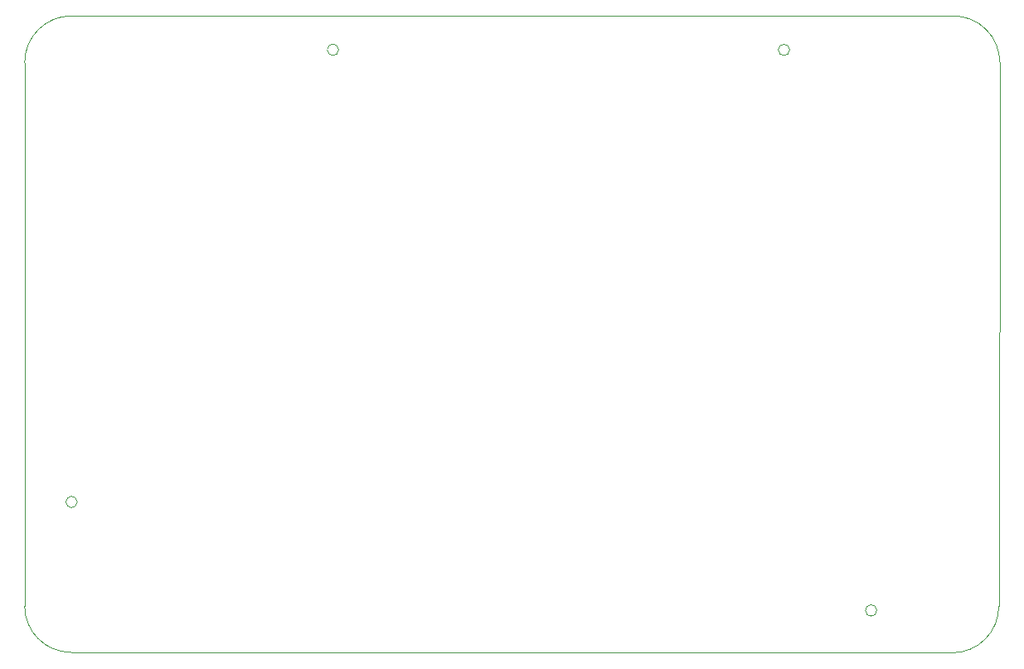
<source format=gbr>
%TF.GenerationSoftware,KiCad,Pcbnew,(5.1.8)-1*%
%TF.CreationDate,2020-12-28T13:01:50-08:00*%
%TF.ProjectId,STMboard,53544d62-6f61-4726-942e-6b696361645f,rev?*%
%TF.SameCoordinates,Original*%
%TF.FileFunction,Profile,NP*%
%FSLAX46Y46*%
G04 Gerber Fmt 4.6, Leading zero omitted, Abs format (unit mm)*
G04 Created by KiCad (PCBNEW (5.1.8)-1) date 2020-12-28 13:01:50*
%MOMM*%
%LPD*%
G01*
G04 APERTURE LIST*
%TA.AperFunction,Profile*%
%ADD10C,0.050000*%
%TD*%
G04 APERTURE END LIST*
D10*
X95936000Y-119890000D02*
G75*
G03*
X95936000Y-119890000I-576000J0D01*
G01*
X177586000Y-130974000D02*
G75*
G03*
X177586000Y-130974000I-576000J0D01*
G01*
X168686000Y-73720000D02*
G75*
G03*
X168686000Y-73720000I-576000J0D01*
G01*
X122636000Y-73710000D02*
G75*
G03*
X122636000Y-73710000I-576000J0D01*
G01*
X95299999Y-135245002D02*
G75*
G02*
X90575001Y-130524999I1J4725002D01*
G01*
X190150000Y-75000000D02*
X190050000Y-130550000D01*
X90575000Y-75025000D02*
X90575000Y-130525000D01*
X90575000Y-75025000D02*
G75*
G02*
X95350000Y-70250000I4775000J0D01*
G01*
X185300000Y-135300000D02*
X95299999Y-135245002D01*
X185400000Y-70250000D02*
X95350000Y-70250000D01*
X190050000Y-130550000D02*
G75*
G02*
X185300000Y-135300000I-4750000J0D01*
G01*
X185400000Y-70250000D02*
G75*
G02*
X190150000Y-75000000I0J-4750000D01*
G01*
M02*

</source>
